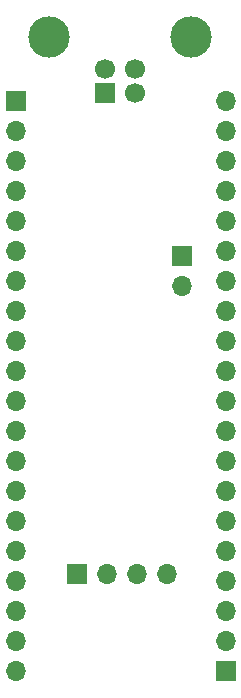
<source format=gbr>
%TF.GenerationSoftware,KiCad,Pcbnew,(6.0.11)*%
%TF.CreationDate,2024-02-24T09:55:02-06:00*%
%TF.ProjectId,PicoAlt,5069636f-416c-4742-9e6b-696361645f70,rev?*%
%TF.SameCoordinates,Original*%
%TF.FileFunction,Soldermask,Bot*%
%TF.FilePolarity,Negative*%
%FSLAX46Y46*%
G04 Gerber Fmt 4.6, Leading zero omitted, Abs format (unit mm)*
G04 Created by KiCad (PCBNEW (6.0.11)) date 2024-02-24 09:55:02*
%MOMM*%
%LPD*%
G01*
G04 APERTURE LIST*
%ADD10R,1.700000X1.700000*%
%ADD11C,1.700000*%
%ADD12C,3.500000*%
%ADD13O,1.700000X1.700000*%
G04 APERTURE END LIST*
D10*
%TO.C,J2*%
X147290000Y-78040000D03*
D11*
X149790000Y-78040000D03*
X149790000Y-76040000D03*
X147290000Y-76040000D03*
D12*
X154560000Y-73330000D03*
X142520000Y-73330000D03*
%TD*%
D10*
%TO.C,J3*%
X144850000Y-118740000D03*
D13*
X147390000Y-118740000D03*
X149930000Y-118740000D03*
X152470000Y-118740000D03*
%TD*%
%TO.C,JP1*%
X153740000Y-94390000D03*
D10*
X153740000Y-91850000D03*
%TD*%
%TO.C,J5*%
X157480000Y-127000000D03*
D13*
X157480000Y-124460000D03*
X157480000Y-121920000D03*
X157480000Y-119380000D03*
X157480000Y-116840000D03*
X157480000Y-114300000D03*
X157480000Y-111760000D03*
X157480000Y-109220000D03*
X157480000Y-106680000D03*
X157480000Y-104140000D03*
X157480000Y-101600000D03*
X157480000Y-99060000D03*
X157480000Y-96520000D03*
X157480000Y-93980000D03*
X157480000Y-91440000D03*
X157480000Y-88900000D03*
X157480000Y-86360000D03*
X157480000Y-83820000D03*
X157480000Y-81280000D03*
X157480000Y-78740000D03*
%TD*%
D10*
%TO.C,J4*%
X139700000Y-78740000D03*
D13*
X139700000Y-81280000D03*
X139700000Y-83820000D03*
X139700000Y-86360000D03*
X139700000Y-88900000D03*
X139700000Y-91440000D03*
X139700000Y-93980000D03*
X139700000Y-96520000D03*
X139700000Y-99060000D03*
X139700000Y-101600000D03*
X139700000Y-104140000D03*
X139700000Y-106680000D03*
X139700000Y-109220000D03*
X139700000Y-111760000D03*
X139700000Y-114300000D03*
X139700000Y-116840000D03*
X139700000Y-119380000D03*
X139700000Y-121920000D03*
X139700000Y-124460000D03*
X139700000Y-127000000D03*
%TD*%
M02*

</source>
